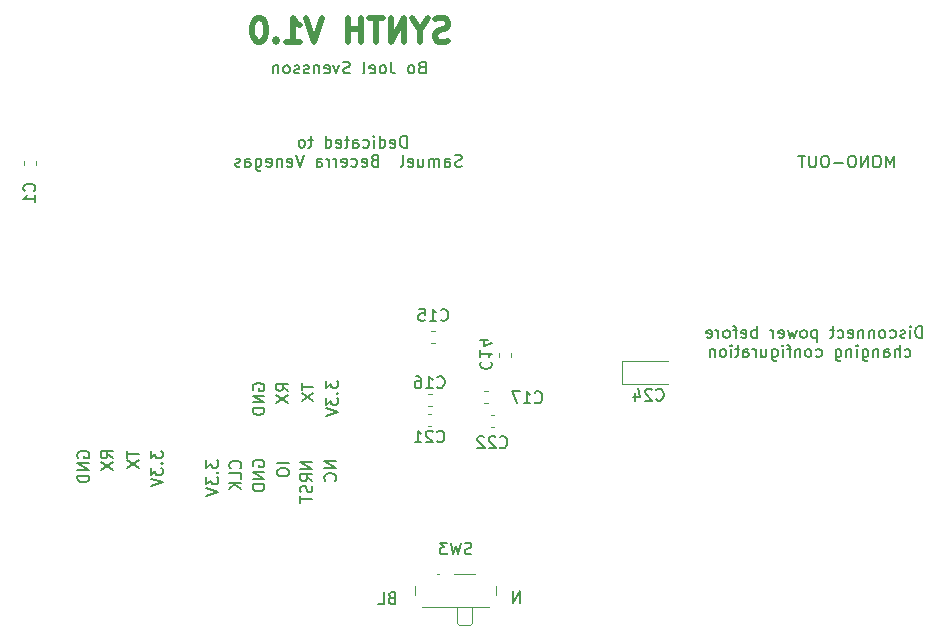
<source format=gbo>
G04 #@! TF.GenerationSoftware,KiCad,Pcbnew,5.99.0-unknown-a5c7d45~86~ubuntu18.04.1*
G04 #@! TF.CreationDate,2020-01-09T22:12:47+01:00*
G04 #@! TF.ProjectId,V1_0,56315f30-2e6b-4696-9361-645f70636258,rev?*
G04 #@! TF.SameCoordinates,Original*
G04 #@! TF.FileFunction,Legend,Bot*
G04 #@! TF.FilePolarity,Positive*
%FSLAX46Y46*%
G04 Gerber Fmt 4.6, Leading zero omitted, Abs format (unit mm)*
G04 Created by KiCad (PCBNEW 5.99.0-unknown-a5c7d45~86~ubuntu18.04.1) date 2020-01-09 22:12:47*
%MOMM*%
%LPD*%
G04 APERTURE LIST*
%ADD10C,0.150000*%
%ADD11C,0.500000*%
%ADD12C,0.120000*%
%ADD13R,1.020000X0.820000*%
%ADD14R,0.720000X1.520000*%
%ADD15C,0.920000*%
%ADD16C,3.220000*%
%ADD17C,2.020000*%
%ADD18R,2.020000X2.020000*%
%ADD19C,4.620000*%
%ADD20C,1.820000*%
%ADD21O,1.220000X1.770000*%
%ADD22C,1.720000*%
%ADD23O,1.720000X1.720000*%
%ADD24R,1.720000X1.720000*%
%ADD25C,1.020000*%
G04 APERTURE END LIST*
D10*
X135423333Y-132628571D02*
X135280476Y-132676190D01*
X135232857Y-132723809D01*
X135185238Y-132819047D01*
X135185238Y-132961904D01*
X135232857Y-133057142D01*
X135280476Y-133104761D01*
X135375714Y-133152380D01*
X135756666Y-133152380D01*
X135756666Y-132152380D01*
X135423333Y-132152380D01*
X135328095Y-132200000D01*
X135280476Y-132247619D01*
X135232857Y-132342857D01*
X135232857Y-132438095D01*
X135280476Y-132533333D01*
X135328095Y-132580952D01*
X135423333Y-132628571D01*
X135756666Y-132628571D01*
X134280476Y-133152380D02*
X134756666Y-133152380D01*
X134756666Y-132152380D01*
X146285714Y-133052380D02*
X146285714Y-132052380D01*
X145714285Y-133052380D01*
X145714285Y-132052380D01*
X180330000Y-110647380D02*
X180330000Y-109647380D01*
X180091904Y-109647380D01*
X179949047Y-109695000D01*
X179853809Y-109790238D01*
X179806190Y-109885476D01*
X179758571Y-110075952D01*
X179758571Y-110218809D01*
X179806190Y-110409285D01*
X179853809Y-110504523D01*
X179949047Y-110599761D01*
X180091904Y-110647380D01*
X180330000Y-110647380D01*
X179330000Y-110647380D02*
X179330000Y-109980714D01*
X179330000Y-109647380D02*
X179377619Y-109695000D01*
X179330000Y-109742619D01*
X179282380Y-109695000D01*
X179330000Y-109647380D01*
X179330000Y-109742619D01*
X178901428Y-110599761D02*
X178806190Y-110647380D01*
X178615714Y-110647380D01*
X178520476Y-110599761D01*
X178472857Y-110504523D01*
X178472857Y-110456904D01*
X178520476Y-110361666D01*
X178615714Y-110314047D01*
X178758571Y-110314047D01*
X178853809Y-110266428D01*
X178901428Y-110171190D01*
X178901428Y-110123571D01*
X178853809Y-110028333D01*
X178758571Y-109980714D01*
X178615714Y-109980714D01*
X178520476Y-110028333D01*
X177615714Y-110599761D02*
X177710952Y-110647380D01*
X177901428Y-110647380D01*
X177996666Y-110599761D01*
X178044285Y-110552142D01*
X178091904Y-110456904D01*
X178091904Y-110171190D01*
X178044285Y-110075952D01*
X177996666Y-110028333D01*
X177901428Y-109980714D01*
X177710952Y-109980714D01*
X177615714Y-110028333D01*
X177044285Y-110647380D02*
X177139523Y-110599761D01*
X177187142Y-110552142D01*
X177234761Y-110456904D01*
X177234761Y-110171190D01*
X177187142Y-110075952D01*
X177139523Y-110028333D01*
X177044285Y-109980714D01*
X176901428Y-109980714D01*
X176806190Y-110028333D01*
X176758571Y-110075952D01*
X176710952Y-110171190D01*
X176710952Y-110456904D01*
X176758571Y-110552142D01*
X176806190Y-110599761D01*
X176901428Y-110647380D01*
X177044285Y-110647380D01*
X176282380Y-109980714D02*
X176282380Y-110647380D01*
X176282380Y-110075952D02*
X176234761Y-110028333D01*
X176139523Y-109980714D01*
X175996666Y-109980714D01*
X175901428Y-110028333D01*
X175853809Y-110123571D01*
X175853809Y-110647380D01*
X175377619Y-109980714D02*
X175377619Y-110647380D01*
X175377619Y-110075952D02*
X175330000Y-110028333D01*
X175234761Y-109980714D01*
X175091904Y-109980714D01*
X174996666Y-110028333D01*
X174949047Y-110123571D01*
X174949047Y-110647380D01*
X174091904Y-110599761D02*
X174187142Y-110647380D01*
X174377619Y-110647380D01*
X174472857Y-110599761D01*
X174520476Y-110504523D01*
X174520476Y-110123571D01*
X174472857Y-110028333D01*
X174377619Y-109980714D01*
X174187142Y-109980714D01*
X174091904Y-110028333D01*
X174044285Y-110123571D01*
X174044285Y-110218809D01*
X174520476Y-110314047D01*
X173187142Y-110599761D02*
X173282380Y-110647380D01*
X173472857Y-110647380D01*
X173568095Y-110599761D01*
X173615714Y-110552142D01*
X173663333Y-110456904D01*
X173663333Y-110171190D01*
X173615714Y-110075952D01*
X173568095Y-110028333D01*
X173472857Y-109980714D01*
X173282380Y-109980714D01*
X173187142Y-110028333D01*
X172901428Y-109980714D02*
X172520476Y-109980714D01*
X172758571Y-109647380D02*
X172758571Y-110504523D01*
X172710952Y-110599761D01*
X172615714Y-110647380D01*
X172520476Y-110647380D01*
X171425238Y-109980714D02*
X171425238Y-110980714D01*
X171425238Y-110028333D02*
X171330000Y-109980714D01*
X171139523Y-109980714D01*
X171044285Y-110028333D01*
X170996666Y-110075952D01*
X170949047Y-110171190D01*
X170949047Y-110456904D01*
X170996666Y-110552142D01*
X171044285Y-110599761D01*
X171139523Y-110647380D01*
X171330000Y-110647380D01*
X171425238Y-110599761D01*
X170377619Y-110647380D02*
X170472857Y-110599761D01*
X170520476Y-110552142D01*
X170568095Y-110456904D01*
X170568095Y-110171190D01*
X170520476Y-110075952D01*
X170472857Y-110028333D01*
X170377619Y-109980714D01*
X170234761Y-109980714D01*
X170139523Y-110028333D01*
X170091904Y-110075952D01*
X170044285Y-110171190D01*
X170044285Y-110456904D01*
X170091904Y-110552142D01*
X170139523Y-110599761D01*
X170234761Y-110647380D01*
X170377619Y-110647380D01*
X169710952Y-109980714D02*
X169520476Y-110647380D01*
X169330000Y-110171190D01*
X169139523Y-110647380D01*
X168949047Y-109980714D01*
X168187142Y-110599761D02*
X168282380Y-110647380D01*
X168472857Y-110647380D01*
X168568095Y-110599761D01*
X168615714Y-110504523D01*
X168615714Y-110123571D01*
X168568095Y-110028333D01*
X168472857Y-109980714D01*
X168282380Y-109980714D01*
X168187142Y-110028333D01*
X168139523Y-110123571D01*
X168139523Y-110218809D01*
X168615714Y-110314047D01*
X167710952Y-110647380D02*
X167710952Y-109980714D01*
X167710952Y-110171190D02*
X167663333Y-110075952D01*
X167615714Y-110028333D01*
X167520476Y-109980714D01*
X167425238Y-109980714D01*
X166330000Y-110647380D02*
X166330000Y-109647380D01*
X166330000Y-110028333D02*
X166234761Y-109980714D01*
X166044285Y-109980714D01*
X165949047Y-110028333D01*
X165901428Y-110075952D01*
X165853809Y-110171190D01*
X165853809Y-110456904D01*
X165901428Y-110552142D01*
X165949047Y-110599761D01*
X166044285Y-110647380D01*
X166234761Y-110647380D01*
X166330000Y-110599761D01*
X165044285Y-110599761D02*
X165139523Y-110647380D01*
X165330000Y-110647380D01*
X165425238Y-110599761D01*
X165472857Y-110504523D01*
X165472857Y-110123571D01*
X165425238Y-110028333D01*
X165330000Y-109980714D01*
X165139523Y-109980714D01*
X165044285Y-110028333D01*
X164996666Y-110123571D01*
X164996666Y-110218809D01*
X165472857Y-110314047D01*
X164710952Y-109980714D02*
X164330000Y-109980714D01*
X164568095Y-110647380D02*
X164568095Y-109790238D01*
X164520476Y-109695000D01*
X164425238Y-109647380D01*
X164330000Y-109647380D01*
X163853809Y-110647380D02*
X163949047Y-110599761D01*
X163996666Y-110552142D01*
X164044285Y-110456904D01*
X164044285Y-110171190D01*
X163996666Y-110075952D01*
X163949047Y-110028333D01*
X163853809Y-109980714D01*
X163710952Y-109980714D01*
X163615714Y-110028333D01*
X163568095Y-110075952D01*
X163520476Y-110171190D01*
X163520476Y-110456904D01*
X163568095Y-110552142D01*
X163615714Y-110599761D01*
X163710952Y-110647380D01*
X163853809Y-110647380D01*
X163091904Y-110647380D02*
X163091904Y-109980714D01*
X163091904Y-110171190D02*
X163044285Y-110075952D01*
X162996666Y-110028333D01*
X162901428Y-109980714D01*
X162806190Y-109980714D01*
X162091904Y-110599761D02*
X162187142Y-110647380D01*
X162377619Y-110647380D01*
X162472857Y-110599761D01*
X162520476Y-110504523D01*
X162520476Y-110123571D01*
X162472857Y-110028333D01*
X162377619Y-109980714D01*
X162187142Y-109980714D01*
X162091904Y-110028333D01*
X162044285Y-110123571D01*
X162044285Y-110218809D01*
X162520476Y-110314047D01*
X178877619Y-112209761D02*
X178972857Y-112257380D01*
X179163333Y-112257380D01*
X179258571Y-112209761D01*
X179306190Y-112162142D01*
X179353809Y-112066904D01*
X179353809Y-111781190D01*
X179306190Y-111685952D01*
X179258571Y-111638333D01*
X179163333Y-111590714D01*
X178972857Y-111590714D01*
X178877619Y-111638333D01*
X178449047Y-112257380D02*
X178449047Y-111257380D01*
X178020476Y-112257380D02*
X178020476Y-111733571D01*
X178068095Y-111638333D01*
X178163333Y-111590714D01*
X178306190Y-111590714D01*
X178401428Y-111638333D01*
X178449047Y-111685952D01*
X177115714Y-112257380D02*
X177115714Y-111733571D01*
X177163333Y-111638333D01*
X177258571Y-111590714D01*
X177449047Y-111590714D01*
X177544285Y-111638333D01*
X177115714Y-112209761D02*
X177210952Y-112257380D01*
X177449047Y-112257380D01*
X177544285Y-112209761D01*
X177591904Y-112114523D01*
X177591904Y-112019285D01*
X177544285Y-111924047D01*
X177449047Y-111876428D01*
X177210952Y-111876428D01*
X177115714Y-111828809D01*
X176639523Y-111590714D02*
X176639523Y-112257380D01*
X176639523Y-111685952D02*
X176591904Y-111638333D01*
X176496666Y-111590714D01*
X176353809Y-111590714D01*
X176258571Y-111638333D01*
X176210952Y-111733571D01*
X176210952Y-112257380D01*
X175306190Y-111590714D02*
X175306190Y-112400238D01*
X175353809Y-112495476D01*
X175401428Y-112543095D01*
X175496666Y-112590714D01*
X175639523Y-112590714D01*
X175734761Y-112543095D01*
X175306190Y-112209761D02*
X175401428Y-112257380D01*
X175591904Y-112257380D01*
X175687142Y-112209761D01*
X175734761Y-112162142D01*
X175782380Y-112066904D01*
X175782380Y-111781190D01*
X175734761Y-111685952D01*
X175687142Y-111638333D01*
X175591904Y-111590714D01*
X175401428Y-111590714D01*
X175306190Y-111638333D01*
X174830000Y-112257380D02*
X174830000Y-111590714D01*
X174830000Y-111257380D02*
X174877619Y-111305000D01*
X174830000Y-111352619D01*
X174782380Y-111305000D01*
X174830000Y-111257380D01*
X174830000Y-111352619D01*
X174353809Y-111590714D02*
X174353809Y-112257380D01*
X174353809Y-111685952D02*
X174306190Y-111638333D01*
X174210952Y-111590714D01*
X174068095Y-111590714D01*
X173972857Y-111638333D01*
X173925238Y-111733571D01*
X173925238Y-112257380D01*
X173020476Y-111590714D02*
X173020476Y-112400238D01*
X173068095Y-112495476D01*
X173115714Y-112543095D01*
X173210952Y-112590714D01*
X173353809Y-112590714D01*
X173449047Y-112543095D01*
X173020476Y-112209761D02*
X173115714Y-112257380D01*
X173306190Y-112257380D01*
X173401428Y-112209761D01*
X173449047Y-112162142D01*
X173496666Y-112066904D01*
X173496666Y-111781190D01*
X173449047Y-111685952D01*
X173401428Y-111638333D01*
X173306190Y-111590714D01*
X173115714Y-111590714D01*
X173020476Y-111638333D01*
X171353809Y-112209761D02*
X171449047Y-112257380D01*
X171639523Y-112257380D01*
X171734761Y-112209761D01*
X171782380Y-112162142D01*
X171830000Y-112066904D01*
X171830000Y-111781190D01*
X171782380Y-111685952D01*
X171734761Y-111638333D01*
X171639523Y-111590714D01*
X171449047Y-111590714D01*
X171353809Y-111638333D01*
X170782380Y-112257380D02*
X170877619Y-112209761D01*
X170925238Y-112162142D01*
X170972857Y-112066904D01*
X170972857Y-111781190D01*
X170925238Y-111685952D01*
X170877619Y-111638333D01*
X170782380Y-111590714D01*
X170639523Y-111590714D01*
X170544285Y-111638333D01*
X170496666Y-111685952D01*
X170449047Y-111781190D01*
X170449047Y-112066904D01*
X170496666Y-112162142D01*
X170544285Y-112209761D01*
X170639523Y-112257380D01*
X170782380Y-112257380D01*
X170020476Y-111590714D02*
X170020476Y-112257380D01*
X170020476Y-111685952D02*
X169972857Y-111638333D01*
X169877619Y-111590714D01*
X169734761Y-111590714D01*
X169639523Y-111638333D01*
X169591904Y-111733571D01*
X169591904Y-112257380D01*
X169258571Y-111590714D02*
X168877619Y-111590714D01*
X169115714Y-112257380D02*
X169115714Y-111400238D01*
X169068095Y-111305000D01*
X168972857Y-111257380D01*
X168877619Y-111257380D01*
X168544285Y-112257380D02*
X168544285Y-111590714D01*
X168544285Y-111257380D02*
X168591904Y-111305000D01*
X168544285Y-111352619D01*
X168496666Y-111305000D01*
X168544285Y-111257380D01*
X168544285Y-111352619D01*
X167639523Y-111590714D02*
X167639523Y-112400238D01*
X167687142Y-112495476D01*
X167734761Y-112543095D01*
X167830000Y-112590714D01*
X167972857Y-112590714D01*
X168068095Y-112543095D01*
X167639523Y-112209761D02*
X167734761Y-112257380D01*
X167925238Y-112257380D01*
X168020476Y-112209761D01*
X168068095Y-112162142D01*
X168115714Y-112066904D01*
X168115714Y-111781190D01*
X168068095Y-111685952D01*
X168020476Y-111638333D01*
X167925238Y-111590714D01*
X167734761Y-111590714D01*
X167639523Y-111638333D01*
X166734761Y-111590714D02*
X166734761Y-112257380D01*
X167163333Y-111590714D02*
X167163333Y-112114523D01*
X167115714Y-112209761D01*
X167020476Y-112257380D01*
X166877619Y-112257380D01*
X166782380Y-112209761D01*
X166734761Y-112162142D01*
X166258571Y-112257380D02*
X166258571Y-111590714D01*
X166258571Y-111781190D02*
X166210952Y-111685952D01*
X166163333Y-111638333D01*
X166068095Y-111590714D01*
X165972857Y-111590714D01*
X165210952Y-112257380D02*
X165210952Y-111733571D01*
X165258571Y-111638333D01*
X165353809Y-111590714D01*
X165544285Y-111590714D01*
X165639523Y-111638333D01*
X165210952Y-112209761D02*
X165306190Y-112257380D01*
X165544285Y-112257380D01*
X165639523Y-112209761D01*
X165687142Y-112114523D01*
X165687142Y-112019285D01*
X165639523Y-111924047D01*
X165544285Y-111876428D01*
X165306190Y-111876428D01*
X165210952Y-111828809D01*
X164877619Y-111590714D02*
X164496666Y-111590714D01*
X164734761Y-111257380D02*
X164734761Y-112114523D01*
X164687142Y-112209761D01*
X164591904Y-112257380D01*
X164496666Y-112257380D01*
X164163333Y-112257380D02*
X164163333Y-111590714D01*
X164163333Y-111257380D02*
X164210952Y-111305000D01*
X164163333Y-111352619D01*
X164115714Y-111305000D01*
X164163333Y-111257380D01*
X164163333Y-111352619D01*
X163544285Y-112257380D02*
X163639523Y-112209761D01*
X163687142Y-112162142D01*
X163734761Y-112066904D01*
X163734761Y-111781190D01*
X163687142Y-111685952D01*
X163639523Y-111638333D01*
X163544285Y-111590714D01*
X163401428Y-111590714D01*
X163306190Y-111638333D01*
X163258571Y-111685952D01*
X163210952Y-111781190D01*
X163210952Y-112066904D01*
X163258571Y-112162142D01*
X163306190Y-112209761D01*
X163401428Y-112257380D01*
X163544285Y-112257380D01*
X162782380Y-111590714D02*
X162782380Y-112257380D01*
X162782380Y-111685952D02*
X162734761Y-111638333D01*
X162639523Y-111590714D01*
X162496666Y-111590714D01*
X162401428Y-111638333D01*
X162353809Y-111733571D01*
X162353809Y-112257380D01*
X177922380Y-96202380D02*
X177922380Y-95202380D01*
X177589047Y-95916666D01*
X177255714Y-95202380D01*
X177255714Y-96202380D01*
X176589047Y-95202380D02*
X176398571Y-95202380D01*
X176303333Y-95250000D01*
X176208095Y-95345238D01*
X176160476Y-95535714D01*
X176160476Y-95869047D01*
X176208095Y-96059523D01*
X176303333Y-96154761D01*
X176398571Y-96202380D01*
X176589047Y-96202380D01*
X176684285Y-96154761D01*
X176779523Y-96059523D01*
X176827142Y-95869047D01*
X176827142Y-95535714D01*
X176779523Y-95345238D01*
X176684285Y-95250000D01*
X176589047Y-95202380D01*
X175731904Y-96202380D02*
X175731904Y-95202380D01*
X175160476Y-96202380D01*
X175160476Y-95202380D01*
X174493809Y-95202380D02*
X174303333Y-95202380D01*
X174208095Y-95250000D01*
X174112857Y-95345238D01*
X174065238Y-95535714D01*
X174065238Y-95869047D01*
X174112857Y-96059523D01*
X174208095Y-96154761D01*
X174303333Y-96202380D01*
X174493809Y-96202380D01*
X174589047Y-96154761D01*
X174684285Y-96059523D01*
X174731904Y-95869047D01*
X174731904Y-95535714D01*
X174684285Y-95345238D01*
X174589047Y-95250000D01*
X174493809Y-95202380D01*
X173636666Y-95821428D02*
X172874761Y-95821428D01*
X172208095Y-95202380D02*
X172017619Y-95202380D01*
X171922380Y-95250000D01*
X171827142Y-95345238D01*
X171779523Y-95535714D01*
X171779523Y-95869047D01*
X171827142Y-96059523D01*
X171922380Y-96154761D01*
X172017619Y-96202380D01*
X172208095Y-96202380D01*
X172303333Y-96154761D01*
X172398571Y-96059523D01*
X172446190Y-95869047D01*
X172446190Y-95535714D01*
X172398571Y-95345238D01*
X172303333Y-95250000D01*
X172208095Y-95202380D01*
X171350952Y-95202380D02*
X171350952Y-96011904D01*
X171303333Y-96107142D01*
X171255714Y-96154761D01*
X171160476Y-96202380D01*
X170970000Y-96202380D01*
X170874761Y-96154761D01*
X170827142Y-96107142D01*
X170779523Y-96011904D01*
X170779523Y-95202380D01*
X170446190Y-95202380D02*
X169874761Y-95202380D01*
X170160476Y-96202380D02*
X170160476Y-95202380D01*
X136688571Y-94527380D02*
X136688571Y-93527380D01*
X136450476Y-93527380D01*
X136307619Y-93575000D01*
X136212380Y-93670238D01*
X136164761Y-93765476D01*
X136117142Y-93955952D01*
X136117142Y-94098809D01*
X136164761Y-94289285D01*
X136212380Y-94384523D01*
X136307619Y-94479761D01*
X136450476Y-94527380D01*
X136688571Y-94527380D01*
X135307619Y-94479761D02*
X135402857Y-94527380D01*
X135593333Y-94527380D01*
X135688571Y-94479761D01*
X135736190Y-94384523D01*
X135736190Y-94003571D01*
X135688571Y-93908333D01*
X135593333Y-93860714D01*
X135402857Y-93860714D01*
X135307619Y-93908333D01*
X135260000Y-94003571D01*
X135260000Y-94098809D01*
X135736190Y-94194047D01*
X134402857Y-94527380D02*
X134402857Y-93527380D01*
X134402857Y-94479761D02*
X134498095Y-94527380D01*
X134688571Y-94527380D01*
X134783809Y-94479761D01*
X134831428Y-94432142D01*
X134879047Y-94336904D01*
X134879047Y-94051190D01*
X134831428Y-93955952D01*
X134783809Y-93908333D01*
X134688571Y-93860714D01*
X134498095Y-93860714D01*
X134402857Y-93908333D01*
X133926666Y-94527380D02*
X133926666Y-93860714D01*
X133926666Y-93527380D02*
X133974285Y-93575000D01*
X133926666Y-93622619D01*
X133879047Y-93575000D01*
X133926666Y-93527380D01*
X133926666Y-93622619D01*
X133021904Y-94479761D02*
X133117142Y-94527380D01*
X133307619Y-94527380D01*
X133402857Y-94479761D01*
X133450476Y-94432142D01*
X133498095Y-94336904D01*
X133498095Y-94051190D01*
X133450476Y-93955952D01*
X133402857Y-93908333D01*
X133307619Y-93860714D01*
X133117142Y-93860714D01*
X133021904Y-93908333D01*
X132164761Y-94527380D02*
X132164761Y-94003571D01*
X132212380Y-93908333D01*
X132307619Y-93860714D01*
X132498095Y-93860714D01*
X132593333Y-93908333D01*
X132164761Y-94479761D02*
X132260000Y-94527380D01*
X132498095Y-94527380D01*
X132593333Y-94479761D01*
X132640952Y-94384523D01*
X132640952Y-94289285D01*
X132593333Y-94194047D01*
X132498095Y-94146428D01*
X132260000Y-94146428D01*
X132164761Y-94098809D01*
X131831428Y-93860714D02*
X131450476Y-93860714D01*
X131688571Y-93527380D02*
X131688571Y-94384523D01*
X131640952Y-94479761D01*
X131545714Y-94527380D01*
X131450476Y-94527380D01*
X130736190Y-94479761D02*
X130831428Y-94527380D01*
X131021904Y-94527380D01*
X131117142Y-94479761D01*
X131164761Y-94384523D01*
X131164761Y-94003571D01*
X131117142Y-93908333D01*
X131021904Y-93860714D01*
X130831428Y-93860714D01*
X130736190Y-93908333D01*
X130688571Y-94003571D01*
X130688571Y-94098809D01*
X131164761Y-94194047D01*
X129831428Y-94527380D02*
X129831428Y-93527380D01*
X129831428Y-94479761D02*
X129926666Y-94527380D01*
X130117142Y-94527380D01*
X130212380Y-94479761D01*
X130260000Y-94432142D01*
X130307619Y-94336904D01*
X130307619Y-94051190D01*
X130260000Y-93955952D01*
X130212380Y-93908333D01*
X130117142Y-93860714D01*
X129926666Y-93860714D01*
X129831428Y-93908333D01*
X128736190Y-93860714D02*
X128355238Y-93860714D01*
X128593333Y-93527380D02*
X128593333Y-94384523D01*
X128545714Y-94479761D01*
X128450476Y-94527380D01*
X128355238Y-94527380D01*
X127879047Y-94527380D02*
X127974285Y-94479761D01*
X128021904Y-94432142D01*
X128069523Y-94336904D01*
X128069523Y-94051190D01*
X128021904Y-93955952D01*
X127974285Y-93908333D01*
X127879047Y-93860714D01*
X127736190Y-93860714D01*
X127640952Y-93908333D01*
X127593333Y-93955952D01*
X127545714Y-94051190D01*
X127545714Y-94336904D01*
X127593333Y-94432142D01*
X127640952Y-94479761D01*
X127736190Y-94527380D01*
X127879047Y-94527380D01*
X141355238Y-96089761D02*
X141212380Y-96137380D01*
X140974285Y-96137380D01*
X140879047Y-96089761D01*
X140831428Y-96042142D01*
X140783809Y-95946904D01*
X140783809Y-95851666D01*
X140831428Y-95756428D01*
X140879047Y-95708809D01*
X140974285Y-95661190D01*
X141164761Y-95613571D01*
X141260000Y-95565952D01*
X141307619Y-95518333D01*
X141355238Y-95423095D01*
X141355238Y-95327857D01*
X141307619Y-95232619D01*
X141260000Y-95185000D01*
X141164761Y-95137380D01*
X140926666Y-95137380D01*
X140783809Y-95185000D01*
X139926666Y-96137380D02*
X139926666Y-95613571D01*
X139974285Y-95518333D01*
X140069523Y-95470714D01*
X140260000Y-95470714D01*
X140355238Y-95518333D01*
X139926666Y-96089761D02*
X140021904Y-96137380D01*
X140260000Y-96137380D01*
X140355238Y-96089761D01*
X140402857Y-95994523D01*
X140402857Y-95899285D01*
X140355238Y-95804047D01*
X140260000Y-95756428D01*
X140021904Y-95756428D01*
X139926666Y-95708809D01*
X139450476Y-96137380D02*
X139450476Y-95470714D01*
X139450476Y-95565952D02*
X139402857Y-95518333D01*
X139307619Y-95470714D01*
X139164761Y-95470714D01*
X139069523Y-95518333D01*
X139021904Y-95613571D01*
X139021904Y-96137380D01*
X139021904Y-95613571D02*
X138974285Y-95518333D01*
X138879047Y-95470714D01*
X138736190Y-95470714D01*
X138640952Y-95518333D01*
X138593333Y-95613571D01*
X138593333Y-96137380D01*
X137688571Y-95470714D02*
X137688571Y-96137380D01*
X138117142Y-95470714D02*
X138117142Y-95994523D01*
X138069523Y-96089761D01*
X137974285Y-96137380D01*
X137831428Y-96137380D01*
X137736190Y-96089761D01*
X137688571Y-96042142D01*
X136831428Y-96089761D02*
X136926666Y-96137380D01*
X137117142Y-96137380D01*
X137212380Y-96089761D01*
X137260000Y-95994523D01*
X137260000Y-95613571D01*
X137212380Y-95518333D01*
X137117142Y-95470714D01*
X136926666Y-95470714D01*
X136831428Y-95518333D01*
X136783809Y-95613571D01*
X136783809Y-95708809D01*
X137260000Y-95804047D01*
X136212380Y-96137380D02*
X136307619Y-96089761D01*
X136355238Y-95994523D01*
X136355238Y-95137380D01*
X133974285Y-95613571D02*
X133831428Y-95661190D01*
X133783809Y-95708809D01*
X133736190Y-95804047D01*
X133736190Y-95946904D01*
X133783809Y-96042142D01*
X133831428Y-96089761D01*
X133926666Y-96137380D01*
X134307619Y-96137380D01*
X134307619Y-95137380D01*
X133974285Y-95137380D01*
X133879047Y-95185000D01*
X133831428Y-95232619D01*
X133783809Y-95327857D01*
X133783809Y-95423095D01*
X133831428Y-95518333D01*
X133879047Y-95565952D01*
X133974285Y-95613571D01*
X134307619Y-95613571D01*
X132926666Y-96089761D02*
X133021904Y-96137380D01*
X133212380Y-96137380D01*
X133307619Y-96089761D01*
X133355238Y-95994523D01*
X133355238Y-95613571D01*
X133307619Y-95518333D01*
X133212380Y-95470714D01*
X133021904Y-95470714D01*
X132926666Y-95518333D01*
X132879047Y-95613571D01*
X132879047Y-95708809D01*
X133355238Y-95804047D01*
X132021904Y-96089761D02*
X132117142Y-96137380D01*
X132307619Y-96137380D01*
X132402857Y-96089761D01*
X132450476Y-96042142D01*
X132498095Y-95946904D01*
X132498095Y-95661190D01*
X132450476Y-95565952D01*
X132402857Y-95518333D01*
X132307619Y-95470714D01*
X132117142Y-95470714D01*
X132021904Y-95518333D01*
X131212380Y-96089761D02*
X131307619Y-96137380D01*
X131498095Y-96137380D01*
X131593333Y-96089761D01*
X131640952Y-95994523D01*
X131640952Y-95613571D01*
X131593333Y-95518333D01*
X131498095Y-95470714D01*
X131307619Y-95470714D01*
X131212380Y-95518333D01*
X131164761Y-95613571D01*
X131164761Y-95708809D01*
X131640952Y-95804047D01*
X130736190Y-96137380D02*
X130736190Y-95470714D01*
X130736190Y-95661190D02*
X130688571Y-95565952D01*
X130640952Y-95518333D01*
X130545714Y-95470714D01*
X130450476Y-95470714D01*
X130117142Y-96137380D02*
X130117142Y-95470714D01*
X130117142Y-95661190D02*
X130069523Y-95565952D01*
X130021904Y-95518333D01*
X129926666Y-95470714D01*
X129831428Y-95470714D01*
X129069523Y-96137380D02*
X129069523Y-95613571D01*
X129117142Y-95518333D01*
X129212380Y-95470714D01*
X129402857Y-95470714D01*
X129498095Y-95518333D01*
X129069523Y-96089761D02*
X129164761Y-96137380D01*
X129402857Y-96137380D01*
X129498095Y-96089761D01*
X129545714Y-95994523D01*
X129545714Y-95899285D01*
X129498095Y-95804047D01*
X129402857Y-95756428D01*
X129164761Y-95756428D01*
X129069523Y-95708809D01*
X127974285Y-95137380D02*
X127640952Y-96137380D01*
X127307619Y-95137380D01*
X126593333Y-96089761D02*
X126688571Y-96137380D01*
X126879047Y-96137380D01*
X126974285Y-96089761D01*
X127021904Y-95994523D01*
X127021904Y-95613571D01*
X126974285Y-95518333D01*
X126879047Y-95470714D01*
X126688571Y-95470714D01*
X126593333Y-95518333D01*
X126545714Y-95613571D01*
X126545714Y-95708809D01*
X127021904Y-95804047D01*
X126117142Y-95470714D02*
X126117142Y-96137380D01*
X126117142Y-95565952D02*
X126069523Y-95518333D01*
X125974285Y-95470714D01*
X125831428Y-95470714D01*
X125736190Y-95518333D01*
X125688571Y-95613571D01*
X125688571Y-96137380D01*
X124831428Y-96089761D02*
X124926666Y-96137380D01*
X125117142Y-96137380D01*
X125212380Y-96089761D01*
X125260000Y-95994523D01*
X125260000Y-95613571D01*
X125212380Y-95518333D01*
X125117142Y-95470714D01*
X124926666Y-95470714D01*
X124831428Y-95518333D01*
X124783809Y-95613571D01*
X124783809Y-95708809D01*
X125260000Y-95804047D01*
X123926666Y-95470714D02*
X123926666Y-96280238D01*
X123974285Y-96375476D01*
X124021904Y-96423095D01*
X124117142Y-96470714D01*
X124260000Y-96470714D01*
X124355238Y-96423095D01*
X123926666Y-96089761D02*
X124021904Y-96137380D01*
X124212380Y-96137380D01*
X124307619Y-96089761D01*
X124355238Y-96042142D01*
X124402857Y-95946904D01*
X124402857Y-95661190D01*
X124355238Y-95565952D01*
X124307619Y-95518333D01*
X124212380Y-95470714D01*
X124021904Y-95470714D01*
X123926666Y-95518333D01*
X123021904Y-96137380D02*
X123021904Y-95613571D01*
X123069523Y-95518333D01*
X123164761Y-95470714D01*
X123355238Y-95470714D01*
X123450476Y-95518333D01*
X123021904Y-96089761D02*
X123117142Y-96137380D01*
X123355238Y-96137380D01*
X123450476Y-96089761D01*
X123498095Y-95994523D01*
X123498095Y-95899285D01*
X123450476Y-95804047D01*
X123355238Y-95756428D01*
X123117142Y-95756428D01*
X123021904Y-95708809D01*
X122593333Y-96089761D02*
X122498095Y-96137380D01*
X122307619Y-96137380D01*
X122212380Y-96089761D01*
X122164761Y-95994523D01*
X122164761Y-95946904D01*
X122212380Y-95851666D01*
X122307619Y-95804047D01*
X122450476Y-95804047D01*
X122545714Y-95756428D01*
X122593333Y-95661190D01*
X122593333Y-95613571D01*
X122545714Y-95518333D01*
X122450476Y-95470714D01*
X122307619Y-95470714D01*
X122212380Y-95518333D01*
X137979047Y-87718571D02*
X137836190Y-87766190D01*
X137788571Y-87813809D01*
X137740952Y-87909047D01*
X137740952Y-88051904D01*
X137788571Y-88147142D01*
X137836190Y-88194761D01*
X137931428Y-88242380D01*
X138312380Y-88242380D01*
X138312380Y-87242380D01*
X137979047Y-87242380D01*
X137883809Y-87290000D01*
X137836190Y-87337619D01*
X137788571Y-87432857D01*
X137788571Y-87528095D01*
X137836190Y-87623333D01*
X137883809Y-87670952D01*
X137979047Y-87718571D01*
X138312380Y-87718571D01*
X137169523Y-88242380D02*
X137264761Y-88194761D01*
X137312380Y-88147142D01*
X137360000Y-88051904D01*
X137360000Y-87766190D01*
X137312380Y-87670952D01*
X137264761Y-87623333D01*
X137169523Y-87575714D01*
X137026666Y-87575714D01*
X136931428Y-87623333D01*
X136883809Y-87670952D01*
X136836190Y-87766190D01*
X136836190Y-88051904D01*
X136883809Y-88147142D01*
X136931428Y-88194761D01*
X137026666Y-88242380D01*
X137169523Y-88242380D01*
X135360000Y-87242380D02*
X135360000Y-87956666D01*
X135407619Y-88099523D01*
X135502857Y-88194761D01*
X135645714Y-88242380D01*
X135740952Y-88242380D01*
X134740952Y-88242380D02*
X134836190Y-88194761D01*
X134883809Y-88147142D01*
X134931428Y-88051904D01*
X134931428Y-87766190D01*
X134883809Y-87670952D01*
X134836190Y-87623333D01*
X134740952Y-87575714D01*
X134598095Y-87575714D01*
X134502857Y-87623333D01*
X134455238Y-87670952D01*
X134407619Y-87766190D01*
X134407619Y-88051904D01*
X134455238Y-88147142D01*
X134502857Y-88194761D01*
X134598095Y-88242380D01*
X134740952Y-88242380D01*
X133598095Y-88194761D02*
X133693333Y-88242380D01*
X133883809Y-88242380D01*
X133979047Y-88194761D01*
X134026666Y-88099523D01*
X134026666Y-87718571D01*
X133979047Y-87623333D01*
X133883809Y-87575714D01*
X133693333Y-87575714D01*
X133598095Y-87623333D01*
X133550476Y-87718571D01*
X133550476Y-87813809D01*
X134026666Y-87909047D01*
X132979047Y-88242380D02*
X133074285Y-88194761D01*
X133121904Y-88099523D01*
X133121904Y-87242380D01*
X131883809Y-88194761D02*
X131740952Y-88242380D01*
X131502857Y-88242380D01*
X131407619Y-88194761D01*
X131360000Y-88147142D01*
X131312380Y-88051904D01*
X131312380Y-87956666D01*
X131360000Y-87861428D01*
X131407619Y-87813809D01*
X131502857Y-87766190D01*
X131693333Y-87718571D01*
X131788571Y-87670952D01*
X131836190Y-87623333D01*
X131883809Y-87528095D01*
X131883809Y-87432857D01*
X131836190Y-87337619D01*
X131788571Y-87290000D01*
X131693333Y-87242380D01*
X131455238Y-87242380D01*
X131312380Y-87290000D01*
X130979047Y-87575714D02*
X130740952Y-88242380D01*
X130502857Y-87575714D01*
X129740952Y-88194761D02*
X129836190Y-88242380D01*
X130026666Y-88242380D01*
X130121904Y-88194761D01*
X130169523Y-88099523D01*
X130169523Y-87718571D01*
X130121904Y-87623333D01*
X130026666Y-87575714D01*
X129836190Y-87575714D01*
X129740952Y-87623333D01*
X129693333Y-87718571D01*
X129693333Y-87813809D01*
X130169523Y-87909047D01*
X129264761Y-87575714D02*
X129264761Y-88242380D01*
X129264761Y-87670952D02*
X129217142Y-87623333D01*
X129121904Y-87575714D01*
X128979047Y-87575714D01*
X128883809Y-87623333D01*
X128836190Y-87718571D01*
X128836190Y-88242380D01*
X128407619Y-88194761D02*
X128312380Y-88242380D01*
X128121904Y-88242380D01*
X128026666Y-88194761D01*
X127979047Y-88099523D01*
X127979047Y-88051904D01*
X128026666Y-87956666D01*
X128121904Y-87909047D01*
X128264761Y-87909047D01*
X128360000Y-87861428D01*
X128407619Y-87766190D01*
X128407619Y-87718571D01*
X128360000Y-87623333D01*
X128264761Y-87575714D01*
X128121904Y-87575714D01*
X128026666Y-87623333D01*
X127598095Y-88194761D02*
X127502857Y-88242380D01*
X127312380Y-88242380D01*
X127217142Y-88194761D01*
X127169523Y-88099523D01*
X127169523Y-88051904D01*
X127217142Y-87956666D01*
X127312380Y-87909047D01*
X127455238Y-87909047D01*
X127550476Y-87861428D01*
X127598095Y-87766190D01*
X127598095Y-87718571D01*
X127550476Y-87623333D01*
X127455238Y-87575714D01*
X127312380Y-87575714D01*
X127217142Y-87623333D01*
X126598095Y-88242380D02*
X126693333Y-88194761D01*
X126740952Y-88147142D01*
X126788571Y-88051904D01*
X126788571Y-87766190D01*
X126740952Y-87670952D01*
X126693333Y-87623333D01*
X126598095Y-87575714D01*
X126455238Y-87575714D01*
X126360000Y-87623333D01*
X126312380Y-87670952D01*
X126264761Y-87766190D01*
X126264761Y-88051904D01*
X126312380Y-88147142D01*
X126360000Y-88194761D01*
X126455238Y-88242380D01*
X126598095Y-88242380D01*
X125836190Y-87575714D02*
X125836190Y-88242380D01*
X125836190Y-87670952D02*
X125788571Y-87623333D01*
X125693333Y-87575714D01*
X125550476Y-87575714D01*
X125455238Y-87623333D01*
X125407619Y-87718571D01*
X125407619Y-88242380D01*
D11*
X140205714Y-85469523D02*
X139920000Y-85564761D01*
X139443809Y-85564761D01*
X139253333Y-85469523D01*
X139158095Y-85374285D01*
X139062857Y-85183809D01*
X139062857Y-84993333D01*
X139158095Y-84802857D01*
X139253333Y-84707619D01*
X139443809Y-84612380D01*
X139824761Y-84517142D01*
X140015238Y-84421904D01*
X140110476Y-84326666D01*
X140205714Y-84136190D01*
X140205714Y-83945714D01*
X140110476Y-83755238D01*
X140015238Y-83660000D01*
X139824761Y-83564761D01*
X139348571Y-83564761D01*
X139062857Y-83660000D01*
X137824761Y-84612380D02*
X137824761Y-85564761D01*
X138491428Y-83564761D02*
X137824761Y-84612380D01*
X137158095Y-83564761D01*
X136491428Y-85564761D02*
X136491428Y-83564761D01*
X135348571Y-85564761D01*
X135348571Y-83564761D01*
X134681904Y-83564761D02*
X133539047Y-83564761D01*
X134110476Y-85564761D02*
X134110476Y-83564761D01*
X132872380Y-85564761D02*
X132872380Y-83564761D01*
X132872380Y-84517142D02*
X131729523Y-84517142D01*
X131729523Y-85564761D02*
X131729523Y-83564761D01*
X129539047Y-83564761D02*
X128872380Y-85564761D01*
X128205714Y-83564761D01*
X126491428Y-85564761D02*
X127634285Y-85564761D01*
X127062857Y-85564761D02*
X127062857Y-83564761D01*
X127253333Y-83850476D01*
X127443809Y-84040952D01*
X127634285Y-84136190D01*
X125634285Y-85374285D02*
X125539047Y-85469523D01*
X125634285Y-85564761D01*
X125729523Y-85469523D01*
X125634285Y-85374285D01*
X125634285Y-85564761D01*
X124300952Y-83564761D02*
X124110476Y-83564761D01*
X123919999Y-83660000D01*
X123824761Y-83755238D01*
X123729523Y-83945714D01*
X123634285Y-84326666D01*
X123634285Y-84802857D01*
X123729523Y-85183809D01*
X123824761Y-85374285D01*
X123919999Y-85469523D01*
X124110476Y-85564761D01*
X124300952Y-85564761D01*
X124491428Y-85469523D01*
X124586666Y-85374285D01*
X124681904Y-85183809D01*
X124777142Y-84802857D01*
X124777142Y-84326666D01*
X124681904Y-83945714D01*
X124586666Y-83755238D01*
X124491428Y-83660000D01*
X124300952Y-83564761D01*
D10*
X129892380Y-114263809D02*
X129892380Y-114882857D01*
X130273333Y-114549523D01*
X130273333Y-114692380D01*
X130320952Y-114787619D01*
X130368571Y-114835238D01*
X130463809Y-114882857D01*
X130701904Y-114882857D01*
X130797142Y-114835238D01*
X130844761Y-114787619D01*
X130892380Y-114692380D01*
X130892380Y-114406666D01*
X130844761Y-114311428D01*
X130797142Y-114263809D01*
X130797142Y-115311428D02*
X130844761Y-115359047D01*
X130892380Y-115311428D01*
X130844761Y-115263809D01*
X130797142Y-115311428D01*
X130892380Y-115311428D01*
X129892380Y-115692380D02*
X129892380Y-116311428D01*
X130273333Y-115978095D01*
X130273333Y-116120952D01*
X130320952Y-116216190D01*
X130368571Y-116263809D01*
X130463809Y-116311428D01*
X130701904Y-116311428D01*
X130797142Y-116263809D01*
X130844761Y-116216190D01*
X130892380Y-116120952D01*
X130892380Y-115835238D01*
X130844761Y-115740000D01*
X130797142Y-115692380D01*
X129892380Y-116597142D02*
X130892380Y-116930476D01*
X129892380Y-117263809D01*
X127802380Y-114498095D02*
X127802380Y-115069523D01*
X128802380Y-114783809D02*
X127802380Y-114783809D01*
X127802380Y-115307619D02*
X128802380Y-115974285D01*
X127802380Y-115974285D02*
X128802380Y-115307619D01*
X126672380Y-115133333D02*
X126196190Y-114800000D01*
X126672380Y-114561904D02*
X125672380Y-114561904D01*
X125672380Y-114942857D01*
X125720000Y-115038095D01*
X125767619Y-115085714D01*
X125862857Y-115133333D01*
X126005714Y-115133333D01*
X126100952Y-115085714D01*
X126148571Y-115038095D01*
X126196190Y-114942857D01*
X126196190Y-114561904D01*
X125672380Y-115466666D02*
X126672380Y-116133333D01*
X125672380Y-116133333D02*
X126672380Y-115466666D01*
X123710000Y-115048095D02*
X123662380Y-114952857D01*
X123662380Y-114810000D01*
X123710000Y-114667142D01*
X123805238Y-114571904D01*
X123900476Y-114524285D01*
X124090952Y-114476666D01*
X124233809Y-114476666D01*
X124424285Y-114524285D01*
X124519523Y-114571904D01*
X124614761Y-114667142D01*
X124662380Y-114810000D01*
X124662380Y-114905238D01*
X124614761Y-115048095D01*
X124567142Y-115095714D01*
X124233809Y-115095714D01*
X124233809Y-114905238D01*
X124662380Y-115524285D02*
X123662380Y-115524285D01*
X124662380Y-116095714D01*
X123662380Y-116095714D01*
X124662380Y-116571904D02*
X123662380Y-116571904D01*
X123662380Y-116810000D01*
X123710000Y-116952857D01*
X123805238Y-117048095D01*
X123900476Y-117095714D01*
X124090952Y-117143333D01*
X124233809Y-117143333D01*
X124424285Y-117095714D01*
X124519523Y-117048095D01*
X124614761Y-116952857D01*
X124662380Y-116810000D01*
X124662380Y-116571904D01*
X130732380Y-121104285D02*
X129732380Y-121104285D01*
X130732380Y-121675714D01*
X129732380Y-121675714D01*
X130637142Y-122723333D02*
X130684761Y-122675714D01*
X130732380Y-122532857D01*
X130732380Y-122437619D01*
X130684761Y-122294761D01*
X130589523Y-122199523D01*
X130494285Y-122151904D01*
X130303809Y-122104285D01*
X130160952Y-122104285D01*
X129970476Y-122151904D01*
X129875238Y-122199523D01*
X129780000Y-122294761D01*
X129732380Y-122437619D01*
X129732380Y-122532857D01*
X129780000Y-122675714D01*
X129827619Y-122723333D01*
X119752380Y-121003809D02*
X119752380Y-121622857D01*
X120133333Y-121289523D01*
X120133333Y-121432380D01*
X120180952Y-121527619D01*
X120228571Y-121575238D01*
X120323809Y-121622857D01*
X120561904Y-121622857D01*
X120657142Y-121575238D01*
X120704761Y-121527619D01*
X120752380Y-121432380D01*
X120752380Y-121146666D01*
X120704761Y-121051428D01*
X120657142Y-121003809D01*
X120657142Y-122051428D02*
X120704761Y-122099047D01*
X120752380Y-122051428D01*
X120704761Y-122003809D01*
X120657142Y-122051428D01*
X120752380Y-122051428D01*
X119752380Y-122432380D02*
X119752380Y-123051428D01*
X120133333Y-122718095D01*
X120133333Y-122860952D01*
X120180952Y-122956190D01*
X120228571Y-123003809D01*
X120323809Y-123051428D01*
X120561904Y-123051428D01*
X120657142Y-123003809D01*
X120704761Y-122956190D01*
X120752380Y-122860952D01*
X120752380Y-122575238D01*
X120704761Y-122480000D01*
X120657142Y-122432380D01*
X119752380Y-123337142D02*
X120752380Y-123670476D01*
X119752380Y-124003809D01*
X122597142Y-121664761D02*
X122644761Y-121617142D01*
X122692380Y-121474285D01*
X122692380Y-121379047D01*
X122644761Y-121236190D01*
X122549523Y-121140952D01*
X122454285Y-121093333D01*
X122263809Y-121045714D01*
X122120952Y-121045714D01*
X121930476Y-121093333D01*
X121835238Y-121140952D01*
X121740000Y-121236190D01*
X121692380Y-121379047D01*
X121692380Y-121474285D01*
X121740000Y-121617142D01*
X121787619Y-121664761D01*
X122692380Y-122569523D02*
X122692380Y-122093333D01*
X121692380Y-122093333D01*
X122692380Y-122902857D02*
X121692380Y-122902857D01*
X122692380Y-123474285D02*
X122120952Y-123045714D01*
X121692380Y-123474285D02*
X122263809Y-122902857D01*
X123710000Y-121518095D02*
X123662380Y-121422857D01*
X123662380Y-121280000D01*
X123710000Y-121137142D01*
X123805238Y-121041904D01*
X123900476Y-120994285D01*
X124090952Y-120946666D01*
X124233809Y-120946666D01*
X124424285Y-120994285D01*
X124519523Y-121041904D01*
X124614761Y-121137142D01*
X124662380Y-121280000D01*
X124662380Y-121375238D01*
X124614761Y-121518095D01*
X124567142Y-121565714D01*
X124233809Y-121565714D01*
X124233809Y-121375238D01*
X124662380Y-121994285D02*
X123662380Y-121994285D01*
X124662380Y-122565714D01*
X123662380Y-122565714D01*
X124662380Y-123041904D02*
X123662380Y-123041904D01*
X123662380Y-123280000D01*
X123710000Y-123422857D01*
X123805238Y-123518095D01*
X123900476Y-123565714D01*
X124090952Y-123613333D01*
X124233809Y-123613333D01*
X124424285Y-123565714D01*
X124519523Y-123518095D01*
X124614761Y-123422857D01*
X124662380Y-123280000D01*
X124662380Y-123041904D01*
X126742380Y-121266190D02*
X125742380Y-121266190D01*
X125742380Y-121932857D02*
X125742380Y-122123333D01*
X125790000Y-122218571D01*
X125885238Y-122313809D01*
X126075714Y-122361428D01*
X126409047Y-122361428D01*
X126599523Y-122313809D01*
X126694761Y-122218571D01*
X126742380Y-122123333D01*
X126742380Y-121932857D01*
X126694761Y-121837619D01*
X126599523Y-121742380D01*
X126409047Y-121694761D01*
X126075714Y-121694761D01*
X125885238Y-121742380D01*
X125790000Y-121837619D01*
X125742380Y-121932857D01*
X128712380Y-121157142D02*
X127712380Y-121157142D01*
X128712380Y-121728571D01*
X127712380Y-121728571D01*
X128712380Y-122776190D02*
X128236190Y-122442857D01*
X128712380Y-122204761D02*
X127712380Y-122204761D01*
X127712380Y-122585714D01*
X127760000Y-122680952D01*
X127807619Y-122728571D01*
X127902857Y-122776190D01*
X128045714Y-122776190D01*
X128140952Y-122728571D01*
X128188571Y-122680952D01*
X128236190Y-122585714D01*
X128236190Y-122204761D01*
X128664761Y-123157142D02*
X128712380Y-123300000D01*
X128712380Y-123538095D01*
X128664761Y-123633333D01*
X128617142Y-123680952D01*
X128521904Y-123728571D01*
X128426666Y-123728571D01*
X128331428Y-123680952D01*
X128283809Y-123633333D01*
X128236190Y-123538095D01*
X128188571Y-123347619D01*
X128140952Y-123252380D01*
X128093333Y-123204761D01*
X127998095Y-123157142D01*
X127902857Y-123157142D01*
X127807619Y-123204761D01*
X127760000Y-123252380D01*
X127712380Y-123347619D01*
X127712380Y-123585714D01*
X127760000Y-123728571D01*
X127712380Y-124014285D02*
X127712380Y-124585714D01*
X128712380Y-124300000D02*
X127712380Y-124300000D01*
X108880000Y-120768095D02*
X108832380Y-120672857D01*
X108832380Y-120530000D01*
X108880000Y-120387142D01*
X108975238Y-120291904D01*
X109070476Y-120244285D01*
X109260952Y-120196666D01*
X109403809Y-120196666D01*
X109594285Y-120244285D01*
X109689523Y-120291904D01*
X109784761Y-120387142D01*
X109832380Y-120530000D01*
X109832380Y-120625238D01*
X109784761Y-120768095D01*
X109737142Y-120815714D01*
X109403809Y-120815714D01*
X109403809Y-120625238D01*
X109832380Y-121244285D02*
X108832380Y-121244285D01*
X109832380Y-121815714D01*
X108832380Y-121815714D01*
X109832380Y-122291904D02*
X108832380Y-122291904D01*
X108832380Y-122530000D01*
X108880000Y-122672857D01*
X108975238Y-122768095D01*
X109070476Y-122815714D01*
X109260952Y-122863333D01*
X109403809Y-122863333D01*
X109594285Y-122815714D01*
X109689523Y-122768095D01*
X109784761Y-122672857D01*
X109832380Y-122530000D01*
X109832380Y-122291904D01*
X115032380Y-120213809D02*
X115032380Y-120832857D01*
X115413333Y-120499523D01*
X115413333Y-120642380D01*
X115460952Y-120737619D01*
X115508571Y-120785238D01*
X115603809Y-120832857D01*
X115841904Y-120832857D01*
X115937142Y-120785238D01*
X115984761Y-120737619D01*
X116032380Y-120642380D01*
X116032380Y-120356666D01*
X115984761Y-120261428D01*
X115937142Y-120213809D01*
X115937142Y-121261428D02*
X115984761Y-121309047D01*
X116032380Y-121261428D01*
X115984761Y-121213809D01*
X115937142Y-121261428D01*
X116032380Y-121261428D01*
X115032380Y-121642380D02*
X115032380Y-122261428D01*
X115413333Y-121928095D01*
X115413333Y-122070952D01*
X115460952Y-122166190D01*
X115508571Y-122213809D01*
X115603809Y-122261428D01*
X115841904Y-122261428D01*
X115937142Y-122213809D01*
X115984761Y-122166190D01*
X116032380Y-122070952D01*
X116032380Y-121785238D01*
X115984761Y-121690000D01*
X115937142Y-121642380D01*
X115032380Y-122547142D02*
X116032380Y-122880476D01*
X115032380Y-123213809D01*
X113052380Y-120198095D02*
X113052380Y-120769523D01*
X114052380Y-120483809D02*
X113052380Y-120483809D01*
X113052380Y-121007619D02*
X114052380Y-121674285D01*
X113052380Y-121674285D02*
X114052380Y-121007619D01*
X111812380Y-120823333D02*
X111336190Y-120490000D01*
X111812380Y-120251904D02*
X110812380Y-120251904D01*
X110812380Y-120632857D01*
X110860000Y-120728095D01*
X110907619Y-120775714D01*
X111002857Y-120823333D01*
X111145714Y-120823333D01*
X111240952Y-120775714D01*
X111288571Y-120728095D01*
X111336190Y-120632857D01*
X111336190Y-120251904D01*
X110812380Y-121156666D02*
X111812380Y-121823333D01*
X110812380Y-121823333D02*
X111812380Y-121156666D01*
D12*
X139450000Y-130600000D02*
X139250000Y-130600000D01*
X142250000Y-134740000D02*
X142050000Y-134950000D01*
X140950000Y-134740000D02*
X141150000Y-134950000D01*
X142250000Y-133450000D02*
X142250000Y-134740000D01*
X142050000Y-134950000D02*
X141150000Y-134950000D01*
X140950000Y-134740000D02*
X140950000Y-133450000D01*
X143700000Y-133450000D02*
X138000000Y-133450000D01*
X142450000Y-130600000D02*
X140750000Y-130600000D01*
X144300000Y-131650000D02*
X144300000Y-132440000D01*
X137400000Y-132440000D02*
X137400000Y-131650000D01*
X158840000Y-114505000D02*
X154930000Y-114505000D01*
X154930000Y-114505000D02*
X154930000Y-112635000D01*
X154930000Y-112635000D02*
X158840000Y-112635000D01*
X144132779Y-117160000D02*
X143807221Y-117160000D01*
X144132779Y-118180000D02*
X143807221Y-118180000D01*
X138477221Y-118120000D02*
X138802779Y-118120000D01*
X138477221Y-117100000D02*
X138802779Y-117100000D01*
X143552779Y-115100000D02*
X143227221Y-115100000D01*
X143552779Y-116120000D02*
X143227221Y-116120000D01*
X138810279Y-115360000D02*
X138484721Y-115360000D01*
X138810279Y-116380000D02*
X138484721Y-116380000D01*
X139062779Y-110070000D02*
X138737221Y-110070000D01*
X139062779Y-111090000D02*
X138737221Y-111090000D01*
X144480000Y-111917221D02*
X144480000Y-112242779D01*
X145500000Y-111917221D02*
X145500000Y-112242779D01*
X105310000Y-95972779D02*
X105310000Y-95647221D01*
X104290000Y-95972779D02*
X104290000Y-95647221D01*
D10*
X142183333Y-128924761D02*
X142040476Y-128972380D01*
X141802380Y-128972380D01*
X141707142Y-128924761D01*
X141659523Y-128877142D01*
X141611904Y-128781904D01*
X141611904Y-128686666D01*
X141659523Y-128591428D01*
X141707142Y-128543809D01*
X141802380Y-128496190D01*
X141992857Y-128448571D01*
X142088095Y-128400952D01*
X142135714Y-128353333D01*
X142183333Y-128258095D01*
X142183333Y-128162857D01*
X142135714Y-128067619D01*
X142088095Y-128020000D01*
X141992857Y-127972380D01*
X141754761Y-127972380D01*
X141611904Y-128020000D01*
X141278571Y-127972380D02*
X141040476Y-128972380D01*
X140850000Y-128258095D01*
X140659523Y-128972380D01*
X140421428Y-127972380D01*
X140135714Y-127972380D02*
X139516666Y-127972380D01*
X139850000Y-128353333D01*
X139707142Y-128353333D01*
X139611904Y-128400952D01*
X139564285Y-128448571D01*
X139516666Y-128543809D01*
X139516666Y-128781904D01*
X139564285Y-128877142D01*
X139611904Y-128924761D01*
X139707142Y-128972380D01*
X139992857Y-128972380D01*
X140088095Y-128924761D01*
X140135714Y-128877142D01*
X157832857Y-115847142D02*
X157880476Y-115894761D01*
X158023333Y-115942380D01*
X158118571Y-115942380D01*
X158261428Y-115894761D01*
X158356666Y-115799523D01*
X158404285Y-115704285D01*
X158451904Y-115513809D01*
X158451904Y-115370952D01*
X158404285Y-115180476D01*
X158356666Y-115085238D01*
X158261428Y-114990000D01*
X158118571Y-114942380D01*
X158023333Y-114942380D01*
X157880476Y-114990000D01*
X157832857Y-115037619D01*
X157451904Y-115037619D02*
X157404285Y-114990000D01*
X157309047Y-114942380D01*
X157070952Y-114942380D01*
X156975714Y-114990000D01*
X156928095Y-115037619D01*
X156880476Y-115132857D01*
X156880476Y-115228095D01*
X156928095Y-115370952D01*
X157499523Y-115942380D01*
X156880476Y-115942380D01*
X156023333Y-115275714D02*
X156023333Y-115942380D01*
X156261428Y-114894761D02*
X156499523Y-115609047D01*
X155880476Y-115609047D01*
X144592857Y-119877142D02*
X144640476Y-119924761D01*
X144783333Y-119972380D01*
X144878571Y-119972380D01*
X145021428Y-119924761D01*
X145116666Y-119829523D01*
X145164285Y-119734285D01*
X145211904Y-119543809D01*
X145211904Y-119400952D01*
X145164285Y-119210476D01*
X145116666Y-119115238D01*
X145021428Y-119020000D01*
X144878571Y-118972380D01*
X144783333Y-118972380D01*
X144640476Y-119020000D01*
X144592857Y-119067619D01*
X144211904Y-119067619D02*
X144164285Y-119020000D01*
X144069047Y-118972380D01*
X143830952Y-118972380D01*
X143735714Y-119020000D01*
X143688095Y-119067619D01*
X143640476Y-119162857D01*
X143640476Y-119258095D01*
X143688095Y-119400952D01*
X144259523Y-119972380D01*
X143640476Y-119972380D01*
X143259523Y-119067619D02*
X143211904Y-119020000D01*
X143116666Y-118972380D01*
X142878571Y-118972380D01*
X142783333Y-119020000D01*
X142735714Y-119067619D01*
X142688095Y-119162857D01*
X142688095Y-119258095D01*
X142735714Y-119400952D01*
X143307142Y-119972380D01*
X142688095Y-119972380D01*
X139282857Y-119397142D02*
X139330476Y-119444761D01*
X139473333Y-119492380D01*
X139568571Y-119492380D01*
X139711428Y-119444761D01*
X139806666Y-119349523D01*
X139854285Y-119254285D01*
X139901904Y-119063809D01*
X139901904Y-118920952D01*
X139854285Y-118730476D01*
X139806666Y-118635238D01*
X139711428Y-118540000D01*
X139568571Y-118492380D01*
X139473333Y-118492380D01*
X139330476Y-118540000D01*
X139282857Y-118587619D01*
X138901904Y-118587619D02*
X138854285Y-118540000D01*
X138759047Y-118492380D01*
X138520952Y-118492380D01*
X138425714Y-118540000D01*
X138378095Y-118587619D01*
X138330476Y-118682857D01*
X138330476Y-118778095D01*
X138378095Y-118920952D01*
X138949523Y-119492380D01*
X138330476Y-119492380D01*
X137378095Y-119492380D02*
X137949523Y-119492380D01*
X137663809Y-119492380D02*
X137663809Y-118492380D01*
X137759047Y-118635238D01*
X137854285Y-118730476D01*
X137949523Y-118778095D01*
X147552857Y-116077142D02*
X147600476Y-116124761D01*
X147743333Y-116172380D01*
X147838571Y-116172380D01*
X147981428Y-116124761D01*
X148076666Y-116029523D01*
X148124285Y-115934285D01*
X148171904Y-115743809D01*
X148171904Y-115600952D01*
X148124285Y-115410476D01*
X148076666Y-115315238D01*
X147981428Y-115220000D01*
X147838571Y-115172380D01*
X147743333Y-115172380D01*
X147600476Y-115220000D01*
X147552857Y-115267619D01*
X146600476Y-116172380D02*
X147171904Y-116172380D01*
X146886190Y-116172380D02*
X146886190Y-115172380D01*
X146981428Y-115315238D01*
X147076666Y-115410476D01*
X147171904Y-115458095D01*
X146267142Y-115172380D02*
X145600476Y-115172380D01*
X146029047Y-116172380D01*
X139290357Y-114797142D02*
X139337976Y-114844761D01*
X139480833Y-114892380D01*
X139576071Y-114892380D01*
X139718928Y-114844761D01*
X139814166Y-114749523D01*
X139861785Y-114654285D01*
X139909404Y-114463809D01*
X139909404Y-114320952D01*
X139861785Y-114130476D01*
X139814166Y-114035238D01*
X139718928Y-113940000D01*
X139576071Y-113892380D01*
X139480833Y-113892380D01*
X139337976Y-113940000D01*
X139290357Y-113987619D01*
X138337976Y-114892380D02*
X138909404Y-114892380D01*
X138623690Y-114892380D02*
X138623690Y-113892380D01*
X138718928Y-114035238D01*
X138814166Y-114130476D01*
X138909404Y-114178095D01*
X137480833Y-113892380D02*
X137671309Y-113892380D01*
X137766547Y-113940000D01*
X137814166Y-113987619D01*
X137909404Y-114130476D01*
X137957023Y-114320952D01*
X137957023Y-114701904D01*
X137909404Y-114797142D01*
X137861785Y-114844761D01*
X137766547Y-114892380D01*
X137576071Y-114892380D01*
X137480833Y-114844761D01*
X137433214Y-114797142D01*
X137385595Y-114701904D01*
X137385595Y-114463809D01*
X137433214Y-114368571D01*
X137480833Y-114320952D01*
X137576071Y-114273333D01*
X137766547Y-114273333D01*
X137861785Y-114320952D01*
X137909404Y-114368571D01*
X137957023Y-114463809D01*
X139602857Y-109097142D02*
X139650476Y-109144761D01*
X139793333Y-109192380D01*
X139888571Y-109192380D01*
X140031428Y-109144761D01*
X140126666Y-109049523D01*
X140174285Y-108954285D01*
X140221904Y-108763809D01*
X140221904Y-108620952D01*
X140174285Y-108430476D01*
X140126666Y-108335238D01*
X140031428Y-108240000D01*
X139888571Y-108192380D01*
X139793333Y-108192380D01*
X139650476Y-108240000D01*
X139602857Y-108287619D01*
X138650476Y-109192380D02*
X139221904Y-109192380D01*
X138936190Y-109192380D02*
X138936190Y-108192380D01*
X139031428Y-108335238D01*
X139126666Y-108430476D01*
X139221904Y-108478095D01*
X137745714Y-108192380D02*
X138221904Y-108192380D01*
X138269523Y-108668571D01*
X138221904Y-108620952D01*
X138126666Y-108573333D01*
X137888571Y-108573333D01*
X137793333Y-108620952D01*
X137745714Y-108668571D01*
X137698095Y-108763809D01*
X137698095Y-109001904D01*
X137745714Y-109097142D01*
X137793333Y-109144761D01*
X137888571Y-109192380D01*
X138126666Y-109192380D01*
X138221904Y-109144761D01*
X138269523Y-109097142D01*
X143012857Y-112652857D02*
X142965238Y-112700476D01*
X142917619Y-112843333D01*
X142917619Y-112938571D01*
X142965238Y-113081428D01*
X143060476Y-113176666D01*
X143155714Y-113224285D01*
X143346190Y-113271904D01*
X143489047Y-113271904D01*
X143679523Y-113224285D01*
X143774761Y-113176666D01*
X143870000Y-113081428D01*
X143917619Y-112938571D01*
X143917619Y-112843333D01*
X143870000Y-112700476D01*
X143822380Y-112652857D01*
X142917619Y-111700476D02*
X142917619Y-112271904D01*
X142917619Y-111986190D02*
X143917619Y-111986190D01*
X143774761Y-112081428D01*
X143679523Y-112176666D01*
X143631904Y-112271904D01*
X143584285Y-110843333D02*
X142917619Y-110843333D01*
X143965238Y-111081428D02*
X143250952Y-111319523D01*
X143250952Y-110700476D01*
X105157142Y-98193333D02*
X105204761Y-98145714D01*
X105252380Y-98002857D01*
X105252380Y-97907619D01*
X105204761Y-97764761D01*
X105109523Y-97669523D01*
X105014285Y-97621904D01*
X104823809Y-97574285D01*
X104680952Y-97574285D01*
X104490476Y-97621904D01*
X104395238Y-97669523D01*
X104300000Y-97764761D01*
X104252380Y-97907619D01*
X104252380Y-98002857D01*
X104300000Y-98145714D01*
X104347619Y-98193333D01*
X105252380Y-99145714D02*
X105252380Y-98574285D01*
X105252380Y-98860000D02*
X104252380Y-98860000D01*
X104395238Y-98764761D01*
X104490476Y-98669523D01*
X104538095Y-98574285D01*
%LPC*%
D13*
X144500000Y-130940000D03*
X137200000Y-130940000D03*
X137200000Y-133150000D03*
X144500000Y-133150000D03*
D14*
X138600000Y-130290000D03*
X140100000Y-130290000D03*
X143100000Y-130290000D03*
D15*
X139350000Y-132050000D03*
X142350000Y-132050000D03*
D16*
X103000000Y-117000000D03*
X103000000Y-84000000D03*
X178000000Y-84000000D03*
X178000000Y-117000000D03*
D17*
X122900000Y-98300000D03*
D18*
X122900000Y-93300000D03*
D19*
X169500000Y-126700000D03*
X179500000Y-126700000D03*
D20*
X172000000Y-130000000D03*
X174500000Y-130000000D03*
X177000000Y-130000000D03*
D19*
X124500000Y-126700000D03*
X134500000Y-126700000D03*
D20*
X127000000Y-130000000D03*
X129500000Y-130000000D03*
X132000000Y-130000000D03*
D19*
X147000000Y-126700000D03*
X157000000Y-126700000D03*
D20*
X149500000Y-130000000D03*
X152000000Y-130000000D03*
X154500000Y-130000000D03*
D19*
X102000000Y-126700000D03*
X112000000Y-126700000D03*
D20*
X104500000Y-130000000D03*
X107000000Y-130000000D03*
X109500000Y-130000000D03*
D21*
X120200000Y-119800000D03*
X122200000Y-119800000D03*
X124200000Y-119800000D03*
X126200000Y-119800000D03*
X128200000Y-119800000D03*
G36*
X130653099Y-118934347D02*
G01*
X130735557Y-118989443D01*
X130790653Y-119071901D01*
X130810000Y-119169166D01*
X130810000Y-120430834D01*
X130790653Y-120528099D01*
X130735557Y-120610557D01*
X130653099Y-120665653D01*
X130555834Y-120685000D01*
X129844166Y-120685000D01*
X129746901Y-120665653D01*
X129664443Y-120610557D01*
X129609347Y-120528099D01*
X129590000Y-120430834D01*
X129590000Y-119169166D01*
X129609347Y-119071901D01*
X129664443Y-118989443D01*
X129746901Y-118934347D01*
X129844166Y-118915000D01*
X130555834Y-118915000D01*
X130653099Y-118934347D01*
G37*
D22*
X177580000Y-93420000D03*
X170580000Y-93420000D03*
D21*
X165930000Y-84310000D03*
G36*
X168383099Y-83444347D02*
G01*
X168465557Y-83499443D01*
X168520653Y-83581901D01*
X168540000Y-83679166D01*
X168540000Y-84940834D01*
X168520653Y-85038099D01*
X168465557Y-85120557D01*
X168383099Y-85175653D01*
X168285834Y-85195000D01*
X167574166Y-85195000D01*
X167476901Y-85175653D01*
X167394443Y-85120557D01*
X167339347Y-85038099D01*
X167320000Y-84940834D01*
X167320000Y-83679166D01*
X167339347Y-83581901D01*
X167394443Y-83499443D01*
X167476901Y-83444347D01*
X167574166Y-83425000D01*
X168285834Y-83425000D01*
X168383099Y-83444347D01*
G37*
D23*
X172720000Y-105270000D03*
D24*
X172720000Y-107810000D03*
D23*
X165810000Y-105270000D03*
D24*
X165810000Y-107810000D03*
D23*
X179600000Y-105260000D03*
D24*
X179600000Y-107800000D03*
D23*
X169240000Y-105270000D03*
D24*
X169240000Y-107810000D03*
D23*
X162340000Y-105270000D03*
D24*
X162340000Y-107810000D03*
D23*
X176170000Y-105270000D03*
D24*
X176170000Y-107810000D03*
D21*
X130200000Y-113200000D03*
X128200000Y-113200000D03*
X126200000Y-113200000D03*
G36*
X124653099Y-112334347D02*
G01*
X124735557Y-112389443D01*
X124790653Y-112471901D01*
X124810000Y-112569166D01*
X124810000Y-113830834D01*
X124790653Y-113928099D01*
X124735557Y-114010557D01*
X124653099Y-114065653D01*
X124555834Y-114085000D01*
X123844166Y-114085000D01*
X123746901Y-114065653D01*
X123664443Y-114010557D01*
X123609347Y-113928099D01*
X123590000Y-113830834D01*
X123590000Y-112569166D01*
X123609347Y-112471901D01*
X123664443Y-112389443D01*
X123746901Y-112334347D01*
X123844166Y-112315000D01*
X124555834Y-112315000D01*
X124653099Y-112334347D01*
G37*
D25*
X115800000Y-85000000D03*
X120200000Y-85000000D03*
D21*
X115300000Y-118700000D03*
X113300000Y-118700000D03*
X111300000Y-118700000D03*
G36*
X109753099Y-117834347D02*
G01*
X109835557Y-117889443D01*
X109890653Y-117971901D01*
X109910000Y-118069166D01*
X109910000Y-119330834D01*
X109890653Y-119428099D01*
X109835557Y-119510557D01*
X109753099Y-119565653D01*
X109655834Y-119585000D01*
X108944166Y-119585000D01*
X108846901Y-119565653D01*
X108764443Y-119510557D01*
X108709347Y-119428099D01*
X108690000Y-119330834D01*
X108690000Y-118069166D01*
X108709347Y-117971901D01*
X108764443Y-117889443D01*
X108846901Y-117834347D01*
X108944166Y-117815000D01*
X109655834Y-117815000D01*
X109753099Y-117834347D01*
G37*
G36*
X159143385Y-112904312D02*
G01*
X159225692Y-112959308D01*
X159280688Y-113041615D01*
X159300000Y-113138703D01*
X159300000Y-114001297D01*
X159280688Y-114098385D01*
X159225692Y-114180692D01*
X159143385Y-114235688D01*
X159046297Y-114255000D01*
X158133703Y-114255000D01*
X158036615Y-114235688D01*
X157954308Y-114180692D01*
X157899312Y-114098385D01*
X157880000Y-114001297D01*
X157880000Y-113138703D01*
X157899312Y-113041615D01*
X157954308Y-112959308D01*
X158036615Y-112904312D01*
X158133703Y-112885000D01*
X159046297Y-112885000D01*
X159143385Y-112904312D01*
G37*
G36*
X156443385Y-112904312D02*
G01*
X156525692Y-112959308D01*
X156580688Y-113041615D01*
X156600000Y-113138703D01*
X156600000Y-114001297D01*
X156580688Y-114098385D01*
X156525692Y-114180692D01*
X156443385Y-114235688D01*
X156346297Y-114255000D01*
X155433703Y-114255000D01*
X155336615Y-114235688D01*
X155254308Y-114180692D01*
X155199312Y-114098385D01*
X155180000Y-114001297D01*
X155180000Y-113138703D01*
X155199312Y-113041615D01*
X155254308Y-112959308D01*
X155336615Y-112904312D01*
X155433703Y-112885000D01*
X156346297Y-112885000D01*
X156443385Y-112904312D01*
G37*
G36*
X143491875Y-117202032D02*
G01*
X143564465Y-117250535D01*
X143612968Y-117323125D01*
X143630000Y-117408750D01*
X143630000Y-117931250D01*
X143612968Y-118016875D01*
X143564465Y-118089465D01*
X143491875Y-118137968D01*
X143406250Y-118155000D01*
X142958750Y-118155000D01*
X142873125Y-118137968D01*
X142800535Y-118089465D01*
X142752032Y-118016875D01*
X142735000Y-117931250D01*
X142735000Y-117408750D01*
X142752032Y-117323125D01*
X142800535Y-117250535D01*
X142873125Y-117202032D01*
X142958750Y-117185000D01*
X143406250Y-117185000D01*
X143491875Y-117202032D01*
G37*
G36*
X145066875Y-117202032D02*
G01*
X145139465Y-117250535D01*
X145187968Y-117323125D01*
X145205000Y-117408750D01*
X145205000Y-117931250D01*
X145187968Y-118016875D01*
X145139465Y-118089465D01*
X145066875Y-118137968D01*
X144981250Y-118155000D01*
X144533750Y-118155000D01*
X144448125Y-118137968D01*
X144375535Y-118089465D01*
X144327032Y-118016875D01*
X144310000Y-117931250D01*
X144310000Y-117408750D01*
X144327032Y-117323125D01*
X144375535Y-117250535D01*
X144448125Y-117202032D01*
X144533750Y-117185000D01*
X144981250Y-117185000D01*
X145066875Y-117202032D01*
G37*
G36*
X139736875Y-117142032D02*
G01*
X139809465Y-117190535D01*
X139857968Y-117263125D01*
X139875000Y-117348750D01*
X139875000Y-117871250D01*
X139857968Y-117956875D01*
X139809465Y-118029465D01*
X139736875Y-118077968D01*
X139651250Y-118095000D01*
X139203750Y-118095000D01*
X139118125Y-118077968D01*
X139045535Y-118029465D01*
X138997032Y-117956875D01*
X138980000Y-117871250D01*
X138980000Y-117348750D01*
X138997032Y-117263125D01*
X139045535Y-117190535D01*
X139118125Y-117142032D01*
X139203750Y-117125000D01*
X139651250Y-117125000D01*
X139736875Y-117142032D01*
G37*
G36*
X138161875Y-117142032D02*
G01*
X138234465Y-117190535D01*
X138282968Y-117263125D01*
X138300000Y-117348750D01*
X138300000Y-117871250D01*
X138282968Y-117956875D01*
X138234465Y-118029465D01*
X138161875Y-118077968D01*
X138076250Y-118095000D01*
X137628750Y-118095000D01*
X137543125Y-118077968D01*
X137470535Y-118029465D01*
X137422032Y-117956875D01*
X137405000Y-117871250D01*
X137405000Y-117348750D01*
X137422032Y-117263125D01*
X137470535Y-117190535D01*
X137543125Y-117142032D01*
X137628750Y-117125000D01*
X138076250Y-117125000D01*
X138161875Y-117142032D01*
G37*
G36*
X142911875Y-115142032D02*
G01*
X142984465Y-115190535D01*
X143032968Y-115263125D01*
X143050000Y-115348750D01*
X143050000Y-115871250D01*
X143032968Y-115956875D01*
X142984465Y-116029465D01*
X142911875Y-116077968D01*
X142826250Y-116095000D01*
X142378750Y-116095000D01*
X142293125Y-116077968D01*
X142220535Y-116029465D01*
X142172032Y-115956875D01*
X142155000Y-115871250D01*
X142155000Y-115348750D01*
X142172032Y-115263125D01*
X142220535Y-115190535D01*
X142293125Y-115142032D01*
X142378750Y-115125000D01*
X142826250Y-115125000D01*
X142911875Y-115142032D01*
G37*
G36*
X144486875Y-115142032D02*
G01*
X144559465Y-115190535D01*
X144607968Y-115263125D01*
X144625000Y-115348750D01*
X144625000Y-115871250D01*
X144607968Y-115956875D01*
X144559465Y-116029465D01*
X144486875Y-116077968D01*
X144401250Y-116095000D01*
X143953750Y-116095000D01*
X143868125Y-116077968D01*
X143795535Y-116029465D01*
X143747032Y-115956875D01*
X143730000Y-115871250D01*
X143730000Y-115348750D01*
X143747032Y-115263125D01*
X143795535Y-115190535D01*
X143868125Y-115142032D01*
X143953750Y-115125000D01*
X144401250Y-115125000D01*
X144486875Y-115142032D01*
G37*
G36*
X138169375Y-115402032D02*
G01*
X138241965Y-115450535D01*
X138290468Y-115523125D01*
X138307500Y-115608750D01*
X138307500Y-116131250D01*
X138290468Y-116216875D01*
X138241965Y-116289465D01*
X138169375Y-116337968D01*
X138083750Y-116355000D01*
X137636250Y-116355000D01*
X137550625Y-116337968D01*
X137478035Y-116289465D01*
X137429532Y-116216875D01*
X137412500Y-116131250D01*
X137412500Y-115608750D01*
X137429532Y-115523125D01*
X137478035Y-115450535D01*
X137550625Y-115402032D01*
X137636250Y-115385000D01*
X138083750Y-115385000D01*
X138169375Y-115402032D01*
G37*
G36*
X139744375Y-115402032D02*
G01*
X139816965Y-115450535D01*
X139865468Y-115523125D01*
X139882500Y-115608750D01*
X139882500Y-116131250D01*
X139865468Y-116216875D01*
X139816965Y-116289465D01*
X139744375Y-116337968D01*
X139658750Y-116355000D01*
X139211250Y-116355000D01*
X139125625Y-116337968D01*
X139053035Y-116289465D01*
X139004532Y-116216875D01*
X138987500Y-116131250D01*
X138987500Y-115608750D01*
X139004532Y-115523125D01*
X139053035Y-115450535D01*
X139125625Y-115402032D01*
X139211250Y-115385000D01*
X139658750Y-115385000D01*
X139744375Y-115402032D01*
G37*
G36*
X138421875Y-110112032D02*
G01*
X138494465Y-110160535D01*
X138542968Y-110233125D01*
X138560000Y-110318750D01*
X138560000Y-110841250D01*
X138542968Y-110926875D01*
X138494465Y-110999465D01*
X138421875Y-111047968D01*
X138336250Y-111065000D01*
X137888750Y-111065000D01*
X137803125Y-111047968D01*
X137730535Y-110999465D01*
X137682032Y-110926875D01*
X137665000Y-110841250D01*
X137665000Y-110318750D01*
X137682032Y-110233125D01*
X137730535Y-110160535D01*
X137803125Y-110112032D01*
X137888750Y-110095000D01*
X138336250Y-110095000D01*
X138421875Y-110112032D01*
G37*
G36*
X139996875Y-110112032D02*
G01*
X140069465Y-110160535D01*
X140117968Y-110233125D01*
X140135000Y-110318750D01*
X140135000Y-110841250D01*
X140117968Y-110926875D01*
X140069465Y-110999465D01*
X139996875Y-111047968D01*
X139911250Y-111065000D01*
X139463750Y-111065000D01*
X139378125Y-111047968D01*
X139305535Y-110999465D01*
X139257032Y-110926875D01*
X139240000Y-110841250D01*
X139240000Y-110318750D01*
X139257032Y-110233125D01*
X139305535Y-110160535D01*
X139378125Y-110112032D01*
X139463750Y-110095000D01*
X139911250Y-110095000D01*
X139996875Y-110112032D01*
G37*
G36*
X145336875Y-112437032D02*
G01*
X145409465Y-112485535D01*
X145457968Y-112558125D01*
X145475000Y-112643750D01*
X145475000Y-113091250D01*
X145457968Y-113176875D01*
X145409465Y-113249465D01*
X145336875Y-113297968D01*
X145251250Y-113315000D01*
X144728750Y-113315000D01*
X144643125Y-113297968D01*
X144570535Y-113249465D01*
X144522032Y-113176875D01*
X144505000Y-113091250D01*
X144505000Y-112643750D01*
X144522032Y-112558125D01*
X144570535Y-112485535D01*
X144643125Y-112437032D01*
X144728750Y-112420000D01*
X145251250Y-112420000D01*
X145336875Y-112437032D01*
G37*
G36*
X145336875Y-110862032D02*
G01*
X145409465Y-110910535D01*
X145457968Y-110983125D01*
X145475000Y-111068750D01*
X145475000Y-111516250D01*
X145457968Y-111601875D01*
X145409465Y-111674465D01*
X145336875Y-111722968D01*
X145251250Y-111740000D01*
X144728750Y-111740000D01*
X144643125Y-111722968D01*
X144570535Y-111674465D01*
X144522032Y-111601875D01*
X144505000Y-111516250D01*
X144505000Y-111068750D01*
X144522032Y-110983125D01*
X144570535Y-110910535D01*
X144643125Y-110862032D01*
X144728750Y-110845000D01*
X145251250Y-110845000D01*
X145336875Y-110862032D01*
G37*
G36*
X105146875Y-94592032D02*
G01*
X105219465Y-94640535D01*
X105267968Y-94713125D01*
X105285000Y-94798750D01*
X105285000Y-95246250D01*
X105267968Y-95331875D01*
X105219465Y-95404465D01*
X105146875Y-95452968D01*
X105061250Y-95470000D01*
X104538750Y-95470000D01*
X104453125Y-95452968D01*
X104380535Y-95404465D01*
X104332032Y-95331875D01*
X104315000Y-95246250D01*
X104315000Y-94798750D01*
X104332032Y-94713125D01*
X104380535Y-94640535D01*
X104453125Y-94592032D01*
X104538750Y-94575000D01*
X105061250Y-94575000D01*
X105146875Y-94592032D01*
G37*
G36*
X105146875Y-96167032D02*
G01*
X105219465Y-96215535D01*
X105267968Y-96288125D01*
X105285000Y-96373750D01*
X105285000Y-96821250D01*
X105267968Y-96906875D01*
X105219465Y-96979465D01*
X105146875Y-97027968D01*
X105061250Y-97045000D01*
X104538750Y-97045000D01*
X104453125Y-97027968D01*
X104380535Y-96979465D01*
X104332032Y-96906875D01*
X104315000Y-96821250D01*
X104315000Y-96373750D01*
X104332032Y-96288125D01*
X104380535Y-96215535D01*
X104453125Y-96167032D01*
X104538750Y-96150000D01*
X105061250Y-96150000D01*
X105146875Y-96167032D01*
G37*
M02*

</source>
